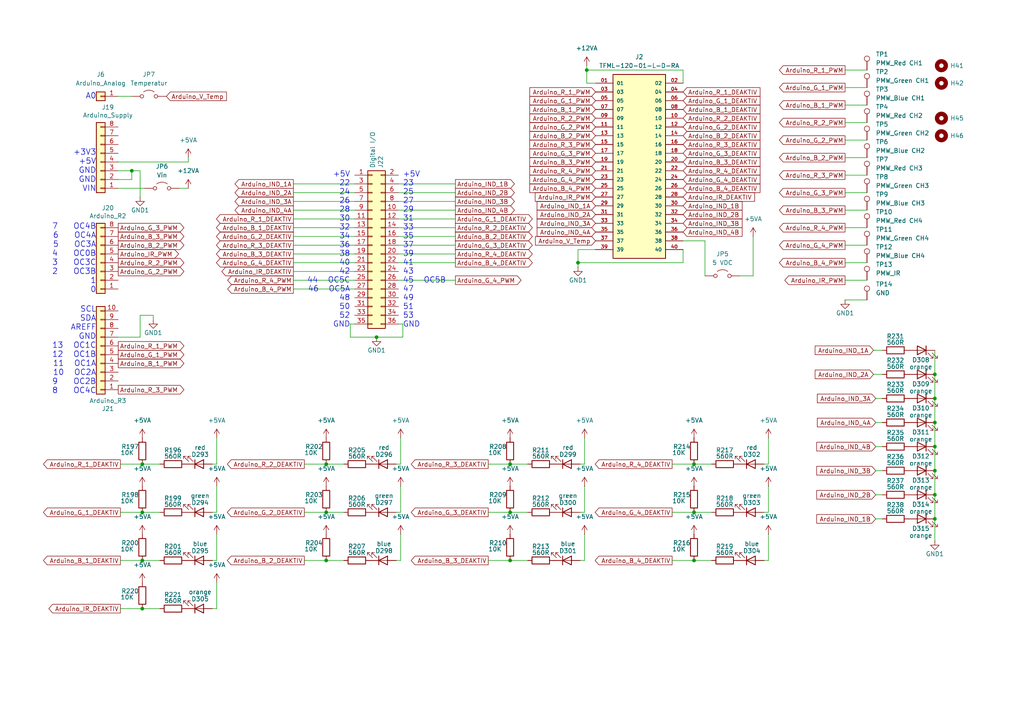
<source format=kicad_sch>
(kicad_sch (version 20250114) (generator "eeschema") (generator_version "9.0")
  (paper "A4")
  (title_block (title "608-Alfactory-Assay-Arena") (date "01.2024") (comment 1 "Optogen Arena RGB LED V1.0") (comment 2 "LED type: ASMG-PT00-00001") (comment 3 "R:625nm, G:525nm, B:460nm, IR:850nm"))
  (text "7	OC4B\n6	OC4A\n5	OC3A\n4	OC0B\n3	OC3C\n2	OC3B\n1\n0" (at 27.94 74.93 0) (effects (font (size 1.63 1.63)) (justify right)))
  (text "+5V\n23\n25\n27\n29\n31\n33\n35\n37\n39\n41\n43\n45	OC5B\n47\n49\n51\n53\nGND" (at 116.84 72.39 0) (effects (font (size 1.59 1.59)) (justify left)))
  (text "+3V3\n+5V\nGND\nGND\nVIN" (at 27.94 49.53 0) (effects (font (size 1.63 1.63)) (justify right)))
  (text "+5V\n22\n24\n26\n28\n30\n32\n34\n36\n38\n40\n42\n44	OC5C\n46	OC5A\n48\n50\n52\nGND" (at 101.6 72.39 0) (effects (font (size 1.59 1.59)) (justify right)))
  (text "SCL\nSDA\nAREFF\nGND\n13	OC1C\n12	OC1B\n11	OC1A\n10	OC2A\n9	OC2B\n8	OC4C" (at 27.94 101.6 0) (effects (font (size 1.63 1.63)) (justify right)))
  (text "A0" (at 27.94 27.94 0) (effects (font (size 1.63 1.63)) (justify right)))
  (junction (at 94.615 162.56))
  (junction (at 94.615 134.62))
  (junction (at 41.275 134.62))
  (junction (at 201.295 162.56))
  (junction (at 271.145 115.57))
  (junction (at 170.18 20.32))
  (junction (at 201.295 148.59))
  (junction (at 271.145 108.585))
  (junction (at 41.275 148.59))
  (junction (at 271.145 143.51))
  (junction (at 147.955 134.62))
  (junction (at 147.955 162.56))
  (junction (at 41.275 162.56))
  (junction (at 41.275 176.53))
  (junction (at 147.955 148.59))
  (junction (at 109.22 97.79))
  (junction (at 271.145 129.54))
  (junction (at 271.145 136.525))
  (junction (at 201.295 134.62))
  (junction (at 271.145 122.555))
  (junction (at 38.227 49.53))
  (junction (at 271.145 150.495))
  (junction (at 167.64 76.2))
  (junction (at 94.615 148.59))
  (wire (pts (xy 85.09 53.34) (xy 102.87 53.34)))
  (wire (pts (xy 245.11 25.4) (xy 251.46 25.4)))
  (wire (pts (xy 198.12 24.13) (xy 198.12 20.32)))
  (wire (pts (xy 271.145 150.495) (xy 271.145 156.845)))
  (wire (pts (xy 245.11 30.48) (xy 251.46 30.48)))
  (wire (pts (xy 201.295 134.62) (xy 206.375 134.62)))
  (wire (pts (xy 61.595 162.56) (xy 62.865 162.56)))
  (wire (pts (xy 218.44 68.58) (xy 218.44 80.01)))
  (wire (pts (xy 62.865 154.94) (xy 62.865 162.56)))
  (wire (pts (xy 147.955 148.59) (xy 153.035 148.59)))
  (wire (pts (xy 170.18 19.05) (xy 170.18 20.32)))
  (wire (pts (xy 254 150.495) (xy 255.905 150.495)))
  (wire (pts (xy 132.08 60.96) (xy 115.57 60.96)))
  (wire (pts (xy 254 143.51) (xy 255.905 143.51)))
  (wire (pts (xy 132.08 63.5) (xy 115.57 63.5)))
  (wire (pts (xy 254 115.57) (xy 255.905 115.57)))
  (wire (pts (xy 132.08 55.88) (xy 115.57 55.88)))
  (wire (pts (xy 41.275 162.56) (xy 46.355 162.56)))
  (wire (pts (xy 245.11 60.96) (xy 251.46 60.96)))
  (wire (pts (xy 116.84 93.98) (xy 116.84 97.79)))
  (wire (pts (xy 61.595 134.62) (xy 62.865 134.62)))
  (wire (pts (xy 62.865 140.97) (xy 62.865 148.59)))
  (wire (pts (xy 41.275 134.62) (xy 46.355 134.62)))
  (wire (pts (xy 88.265 134.62) (xy 94.615 134.62)))
  (wire (pts (xy 245.11 35.56) (xy 251.46 35.56)))
  (wire (pts (xy 194.945 134.62) (xy 201.295 134.62)))
  (wire (pts (xy 245.11 45.72) (xy 251.46 45.72)))
  (wire (pts (xy 94.615 162.56) (xy 99.695 162.56)))
  (wire (pts (xy 40.64 97.79) (xy 40.64 91.44)))
  (wire (pts (xy 147.955 162.56) (xy 153.035 162.56)))
  (wire (pts (xy 168.275 148.59) (xy 169.545 148.59)))
  (wire (pts (xy 116.205 127) (xy 116.205 134.62)))
  (wire (pts (xy 85.09 63.5) (xy 102.87 63.5)))
  (wire (pts (xy 114.935 162.56) (xy 116.205 162.56)))
  (wire (pts (xy 141.605 162.56) (xy 147.955 162.56)))
  (wire (pts (xy 132.08 58.42) (xy 115.57 58.42)))
  (wire (pts (xy 132.08 66.04) (xy 115.57 66.04)))
  (wire (pts (xy 34.29 27.94) (xy 38.1 27.94)))
  (wire (pts (xy 34.29 52.07) (xy 38.227 52.07)))
  (wire (pts (xy 41.275 176.53) (xy 46.355 176.53)))
  (wire (pts (xy 109.22 97.79) (xy 116.84 97.79)))
  (wire (pts (xy 132.08 73.66) (xy 115.57 73.66)))
  (wire (pts (xy 204.47 80.01) (xy 204.47 69.85)))
  (wire (pts (xy 245.11 71.12) (xy 251.46 71.12)))
  (wire (pts (xy 194.945 162.56) (xy 201.295 162.56)))
  (wire (pts (xy 40.64 49.53) (xy 40.64 57.15)))
  (wire (pts (xy 245.11 40.64) (xy 251.46 40.64)))
  (wire (pts (xy 169.545 154.94) (xy 169.545 162.56)))
  (wire (pts (xy 132.08 68.58) (xy 115.57 68.58)))
  (wire (pts (xy 254 136.525) (xy 255.905 136.525)))
  (wire (pts (xy 101.6 93.98) (xy 102.87 93.98)))
  (wire (pts (xy 147.955 134.62) (xy 153.035 134.62)))
  (wire (pts (xy 132.08 71.12) (xy 115.57 71.12)))
  (wire (pts (xy 221.615 134.62) (xy 222.885 134.62)))
  (wire (pts (xy 38.227 49.53) (xy 38.227 52.07)))
  (wire (pts (xy 85.09 68.58) (xy 102.87 68.58)))
  (wire (pts (xy 38.227 49.53) (xy 40.64 49.53)))
  (wire (pts (xy 198.12 72.39) (xy 198.12 76.2)))
  (wire (pts (xy 94.615 148.59) (xy 99.695 148.59)))
  (wire (pts (xy 222.885 154.94) (xy 222.885 162.56)))
  (wire (pts (xy 61.595 148.59) (xy 62.865 148.59)))
  (wire (pts (xy 116.205 140.97) (xy 116.205 148.59)))
  (wire (pts (xy 168.275 134.62) (xy 169.545 134.62)))
  (wire (pts (xy 116.84 93.98) (xy 115.57 93.98)))
  (wire (pts (xy 141.605 134.62) (xy 147.955 134.62)))
  (wire (pts (xy 114.935 134.62) (xy 116.205 134.62)))
  (wire (pts (xy 201.295 162.56) (xy 206.375 162.56)))
  (wire (pts (xy 245.11 50.8) (xy 251.46 50.8)))
  (wire (pts (xy 132.08 76.2) (xy 115.57 76.2)))
  (wire (pts (xy 116.205 154.94) (xy 116.205 162.56)))
  (wire (pts (xy 85.09 58.42) (xy 102.87 58.42)))
  (wire (pts (xy 85.09 78.74) (xy 102.87 78.74)))
  (wire (pts (xy 34.925 134.62) (xy 41.275 134.62)))
  (wire (pts (xy 167.64 72.39) (xy 172.72 72.39)))
  (wire (pts (xy 85.09 81.28) (xy 102.87 81.28)))
  (wire (pts (xy 245.11 76.2) (xy 251.46 76.2)))
  (wire (pts (xy 271.145 101.6) (xy 271.145 108.585)))
  (wire (pts (xy 271.145 108.585) (xy 271.145 115.57)))
  (wire (pts (xy 34.29 97.79) (xy 40.64 97.79)))
  (wire (pts (xy 245.11 55.88) (xy 251.46 55.88)))
  (wire (pts (xy 85.09 55.88) (xy 102.87 55.88)))
  (wire (pts (xy 253.365 101.6) (xy 255.905 101.6)))
  (wire (pts (xy 204.47 69.85) (xy 198.12 69.85)))
  (wire (pts (xy 34.925 162.56) (xy 41.275 162.56)))
  (wire (pts (xy 62.865 127) (xy 62.865 134.62)))
  (wire (pts (xy 221.615 162.56) (xy 222.885 162.56)))
  (wire (pts (xy 172.72 24.13) (xy 170.18 24.13)))
  (wire (pts (xy 169.545 140.97) (xy 169.545 148.59)))
  (wire (pts (xy 85.09 66.04) (xy 102.87 66.04)))
  (wire (pts (xy 271.145 143.51) (xy 271.145 150.495)))
  (wire (pts (xy 88.265 148.59) (xy 94.615 148.59)))
  (wire (pts (xy 167.64 77.47) (xy 167.64 76.2)))
  (wire (pts (xy 271.145 136.525) (xy 271.145 143.51)))
  (wire (pts (xy 214.63 80.01) (xy 218.44 80.01)))
  (wire (pts (xy 85.09 76.2) (xy 102.87 76.2)))
  (wire (pts (xy 61.595 176.53) (xy 62.865 176.53)))
  (wire (pts (xy 167.64 76.2) (xy 167.64 72.39)))
  (wire (pts (xy 245.11 81.28) (xy 251.46 81.28)))
  (wire (pts (xy 85.09 73.66) (xy 102.87 73.66)))
  (wire (pts (xy 85.09 60.96) (xy 102.87 60.96)))
  (wire (pts (xy 34.29 49.53) (xy 38.227 49.53)))
  (wire (pts (xy 222.885 127) (xy 222.885 134.62)))
  (wire (pts (xy 170.18 24.13) (xy 170.18 20.32)))
  (wire (pts (xy 169.545 127) (xy 169.545 134.62)))
  (wire (pts (xy 132.08 53.34) (xy 115.57 53.34)))
  (wire (pts (xy 40.64 91.44) (xy 44.45 91.44)))
  (wire (pts (xy 198.12 20.32) (xy 170.18 20.32)))
  (wire (pts (xy 62.865 168.91) (xy 62.865 176.53)))
  (wire (pts (xy 245.11 66.04) (xy 251.46 66.04)))
  (wire (pts (xy 101.6 97.79) (xy 101.6 93.98)))
  (wire (pts (xy 34.925 176.53) (xy 41.275 176.53)))
  (wire (pts (xy 34.925 148.59) (xy 41.275 148.59)))
  (wire (pts (xy 167.64 76.2) (xy 198.12 76.2)))
  (wire (pts (xy 221.615 148.59) (xy 222.885 148.59)))
  (wire (pts (xy 141.605 148.59) (xy 147.955 148.59)))
  (wire (pts (xy 41.275 148.59) (xy 46.355 148.59)))
  (wire (pts (xy 271.145 122.555) (xy 271.145 129.54)))
  (wire (pts (xy 253.365 108.585) (xy 255.905 108.585)))
  (wire (pts (xy 194.945 148.59) (xy 201.295 148.59)))
  (wire (pts (xy 222.885 140.97) (xy 222.885 148.59)))
  (wire (pts (xy 245.11 20.32) (xy 251.46 20.32)))
  (wire (pts (xy 54.61 45.72) (xy 54.61 46.99)))
  (wire (pts (xy 201.295 148.59) (xy 206.375 148.59)))
  (wire (pts (xy 44.45 91.44) (xy 44.45 92.71)))
  (wire (pts (xy 254 129.54) (xy 255.905 129.54)))
  (wire (pts (xy 52.07 54.61) (xy 54.61 54.61)))
  (wire (pts (xy 271.145 115.57) (xy 271.145 122.555)))
  (wire (pts (xy 168.275 162.56) (xy 169.545 162.56)))
  (wire (pts (xy 254 122.555) (xy 255.905 122.555)))
  (wire (pts (xy 34.29 54.61) (xy 41.91 54.61)))
  (wire (pts (xy 34.29 46.99) (xy 54.61 46.99)))
  (wire (pts (xy 85.09 83.82) (xy 102.87 83.82)))
  (wire (pts (xy 85.09 71.12) (xy 102.87 71.12)))
  (wire (pts (xy 94.615 134.62) (xy 99.695 134.62)))
  (wire (pts (xy 114.935 148.59) (xy 116.205 148.59)))
  (wire (pts (xy 88.265 162.56) (xy 94.615 162.56)))
  (wire (pts (xy 132.08 81.28) (xy 115.57 81.28)))
  (wire (pts (xy 271.145 129.54) (xy 271.145 136.525)))
  (wire (pts (xy 245.11 86.995) (xy 251.46 86.995)))
  (wire (pts (xy 101.6 97.79) (xy 109.22 97.79)))
  (global_label "Arduino_R_3_DEAKTIV" (shape input) (at 198.12 41.91 0) (property "Intersheetrefs" "${INTERSHEET_REFS}" (effects (hide yes))))
  (global_label "Arduino_B_2_PWM" (shape output) (at 245.11 45.72 180) (property "Intersheetrefs" "${INTERSHEET_REFS}" (effects (hide yes))))
  (global_label "Arduino_G_1_DEAKTIV" (shape output) (at 132.08 63.5 0) (property "Intersheetrefs" "${INTERSHEET_REFS}" (effects (hide yes))))
  (global_label "Arduino_V_Temp" (shape input) (at 172.72 69.85 180) (property "Intersheetrefs" "${INTERSHEET_REFS}" (effects (hide yes))))
  (global_label "Arduino_G_3_PWM" (shape input) (at 172.72 44.45 180) (property "Intersheetrefs" "${INTERSHEET_REFS}" (effects (hide yes))))
  (global_label "Arduino_R_2_DEAKTIV" (shape output) (at 132.08 66.04 0) (property "Intersheetrefs" "${INTERSHEET_REFS}" (effects (hide yes))))
  (global_label "Arduino_B_3_PWM" (shape output) (at 245.11 60.96 180) (property "Intersheetrefs" "${INTERSHEET_REFS}" (effects (hide yes))))
  (global_label "Arduino_IR_PWM" (shape output) (at 245.11 81.28 180) (property "Intersheetrefs" "${INTERSHEET_REFS}" (effects (hide yes))))
  (global_label "Arduino_R_2_PWM" (shape output) (at 245.11 35.56 180) (property "Intersheetrefs" "${INTERSHEET_REFS}" (effects (hide yes))))
  (global_label "Arduino_G_1_PWM" (shape input) (at 172.72 29.21 180) (property "Intersheetrefs" "${INTERSHEET_REFS}" (effects (hide yes))))
  (global_label "Arduino_IND_2B" (shape input) (at 198.12 62.23 0) (property "Intersheetrefs" "${INTERSHEET_REFS}" (effects (hide yes))))
  (global_label "Arduino_IND_1A" (shape input) (at 253.365 101.6 180) (property "Intersheetrefs" "${INTERSHEET_REFS}" (effects (hide yes))))
  (global_label "Arduino_G_4_DEAKTIV" (shape output) (at 194.945 148.59 180) (property "Intersheetrefs" "${INTERSHEET_REFS}" (effects (hide yes))))
  (global_label "Arduino_R_3_PWM" (shape output) (at 34.29 113.03 0) (property "Intersheetrefs" "${INTERSHEET_REFS}" (effects (hide yes))))
  (global_label "Arduino_IR_PWM" (shape input) (at 172.72 57.15 180) (property "Intersheetrefs" "${INTERSHEET_REFS}" (effects (hide yes))))
  (global_label "Arduino_R_4_PWM" (shape output) (at 85.09 81.28 180) (property "Intersheetrefs" "${INTERSHEET_REFS}" (effects (hide yes))))
  (global_label "Arduino_IND_2B" (shape input) (at 254 143.51 180) (property "Intersheetrefs" "${INTERSHEET_REFS}" (effects (hide yes))))
  (global_label "Arduino_G_1_DEAKTIV" (shape input) (at 198.12 29.21 0) (property "Intersheetrefs" "${INTERSHEET_REFS}" (effects (hide yes))))
  (global_label "Arduino_IND_4B" (shape input) (at 254 129.54 180) (property "Intersheetrefs" "${INTERSHEET_REFS}" (effects (hide yes))))
  (global_label "Arduino_R_2_PWM" (shape output) (at 34.29 76.2 0) (property "Intersheetrefs" "${INTERSHEET_REFS}" (effects (hide yes))))
  (global_label "Arduino_IND_3B" (shape input) (at 254 136.525 180) (property "Intersheetrefs" "${INTERSHEET_REFS}" (effects (hide yes))))
  (global_label "Arduino_R_4_PWM" (shape output) (at 245.11 66.04 180) (property "Intersheetrefs" "${INTERSHEET_REFS}" (effects (hide yes))))
  (global_label "Arduino_G_2_DEAKTIV" (shape output) (at 88.265 148.59 180) (property "Intersheetrefs" "${INTERSHEET_REFS}" (effects (hide yes))))
  (global_label "Arduino_B_3_DEAKTIV" (shape input) (at 198.12 46.99 0) (property "Intersheetrefs" "${INTERSHEET_REFS}" (effects (hide yes))))
  (global_label "Arduino_IND_1A" (shape output) (at 85.09 53.34 180) (property "Intersheetrefs" "${INTERSHEET_REFS}" (effects (hide yes))))
  (global_label "Arduino_IR_DEAKTIV" (shape input) (at 198.12 57.15 0) (property "Intersheetrefs" "${INTERSHEET_REFS}" (effects (hide yes))))
  (global_label "Arduino_B_4_DEAKTIV" (shape output) (at 132.08 76.2 0) (property "Intersheetrefs" "${INTERSHEET_REFS}" (effects (hide yes))))
  (global_label "Arduino_G_4_DEAKTIV" (shape output) (at 85.09 76.2 180) (property "Intersheetrefs" "${INTERSHEET_REFS}" (effects (hide yes))))
  (global_label "Arduino_R_4_DEAKTIV" (shape input) (at 198.12 49.53 0) (property "Intersheetrefs" "${INTERSHEET_REFS}" (effects (hide yes))))
  (global_label "Arduino_G_3_DEAKTIV" (shape output) (at 132.08 71.12 0) (property "Intersheetrefs" "${INTERSHEET_REFS}" (effects (hide yes))))
  (global_label "Arduino_G_1_DEAKTIV" (shape output) (at 34.925 148.59 180) (property "Intersheetrefs" "${INTERSHEET_REFS}" (effects (hide yes))))
  (global_label "Arduino_G_3_PWM" (shape output) (at 245.11 55.88 180) (property "Intersheetrefs" "${INTERSHEET_REFS}" (effects (hide yes))))
  (global_label "Arduino_IND_1A" (shape input) (at 172.72 59.69 180) (property "Intersheetrefs" "${INTERSHEET_REFS}" (effects (hide yes))))
  (global_label "Arduino_IND_1B" (shape input) (at 254 150.495 180) (property "Intersheetrefs" "${INTERSHEET_REFS}" (effects (hide yes))))
  (global_label "Arduino_IND_2B" (shape output) (at 132.08 55.88 0) (property "Intersheetrefs" "${INTERSHEET_REFS}" (effects (hide yes))))
  (global_label "Arduino_IND_4A" (shape output) (at 85.09 60.96 180) (property "Intersheetrefs" "${INTERSHEET_REFS}" (effects (hide yes))))
  (global_label "Arduino_R_2_DEAKTIV" (shape input) (at 198.12 34.29 0) (property "Intersheetrefs" "${INTERSHEET_REFS}" (effects (hide yes))))
  (global_label "Arduino_IND_1B" (shape input) (at 198.12 59.69 0) (property "Intersheetrefs" "${INTERSHEET_REFS}" (effects (hide yes))))
  (global_label "Arduino_IND_2A" (shape input) (at 172.72 62.23 180) (property "Intersheetrefs" "${INTERSHEET_REFS}" (effects (hide yes))))
  (global_label "Arduino_G_4_PWM" (shape output) (at 132.08 81.28 0) (property "Intersheetrefs" "${INTERSHEET_REFS}" (effects (hide yes))))
  (global_label "Arduino_IR_DEAKTIV" (shape output) (at 85.09 78.74 180) (property "Intersheetrefs" "${INTERSHEET_REFS}" (effects (hide yes))))
  (global_label "Arduino_IND_2A" (shape output) (at 85.09 55.88 180) (property "Intersheetrefs" "${INTERSHEET_REFS}" (effects (hide yes))))
  (global_label "Arduino_B_2_PWM" (shape input) (at 172.72 39.37 180) (property "Intersheetrefs" "${INTERSHEET_REFS}" (effects (hide yes))))
  (global_label "Arduino_IND_3B" (shape input) (at 198.12 64.77 0) (property "Intersheetrefs" "${INTERSHEET_REFS}" (effects (hide yes))))
  (global_label "Arduino_B_1_PWM" (shape output) (at 245.11 30.48 180) (property "Intersheetrefs" "${INTERSHEET_REFS}" (effects (hide yes))))
  (global_label "Arduino_IND_3A" (shape input) (at 172.72 64.77 180) (property "Intersheetrefs" "${INTERSHEET_REFS}" (effects (hide yes))))
  (global_label "Arduino_IND_4A" (shape input) (at 172.72 67.31 180) (property "Intersheetrefs" "${INTERSHEET_REFS}" (effects (hide yes))))
  (global_label "Arduino_R_1_PWM" (shape output) (at 245.11 20.32 180) (property "Intersheetrefs" "${INTERSHEET_REFS}" (effects (hide yes))))
  (global_label "Arduino_B_1_DEAKTIV" (shape output) (at 34.925 162.56 180) (property "Intersheetrefs" "${INTERSHEET_REFS}" (effects (hide yes))))
  (global_label "Arduino_R_1_DEAKTIV" (shape output) (at 34.925 134.62 180) (property "Intersheetrefs" "${INTERSHEET_REFS}" (effects (hide yes))))
  (global_label "Arduino_R_3_PWM" (shape input) (at 172.72 41.91 180) (property "Intersheetrefs" "${INTERSHEET_REFS}" (effects (hide yes))))
  (global_label "Arduino_B_2_DEAKTIV" (shape input) (at 198.12 39.37 0) (property "Intersheetrefs" "${INTERSHEET_REFS}" (effects (hide yes))))
  (global_label "Arduino_IND_4B" (shape output) (at 132.08 60.96 0) (property "Intersheetrefs" "${INTERSHEET_REFS}" (effects (hide yes))))
  (global_label "Arduino_B_4_PWM" (shape output) (at 245.11 76.2 180) (property "Intersheetrefs" "${INTERSHEET_REFS}" (effects (hide yes))))
  (global_label "Arduino_B_4_PWM" (shape output) (at 85.09 83.82 180) (property "Intersheetrefs" "${INTERSHEET_REFS}" (effects (hide yes))))
  (global_label "Arduino_R_1_PWM" (shape output) (at 34.29 100.33 0) (property "Intersheetrefs" "${INTERSHEET_REFS}" (effects (hide yes))))
  (global_label "Arduino_B_2_DEAKTIV" (shape output) (at 88.265 162.56 180) (property "Intersheetrefs" "${INTERSHEET_REFS}" (effects (hide yes))))
  (global_label "Arduino_R_2_PWM" (shape input) (at 172.72 34.29 180) (property "Intersheetrefs" "${INTERSHEET_REFS}" (effects (hide yes))))
  (global_label "Arduino_B_1_PWM" (shape input) (at 172.72 31.75 180) (property "Intersheetrefs" "${INTERSHEET_REFS}" (effects (hide yes))))
  (global_label "Arduino_G_2_DEAKTIV" (shape output) (at 85.09 68.58 180) (property "Intersheetrefs" "${INTERSHEET_REFS}" (effects (hide yes))))
  (global_label "Arduino_IND_4A" (shape input) (at 254 122.555 180) (property "Intersheetrefs" "${INTERSHEET_REFS}" (effects (hide yes))))
  (global_label "Arduino_B_3_PWM" (shape input) (at 172.72 46.99 180) (property "Intersheetrefs" "${INTERSHEET_REFS}" (effects (hide yes))))
  (global_label "Arduino_IND_1B" (shape output) (at 132.08 53.34 0) (property "Intersheetrefs" "${INTERSHEET_REFS}" (effects (hide yes))))
  (global_label "Arduino_G_3_DEAKTIV" (shape input) (at 198.12 44.45 0) (property "Intersheetrefs" "${INTERSHEET_REFS}" (effects (hide yes))))
  (global_label "Arduino_R_4_DEAKTIV" (shape output) (at 194.945 134.62 180) (property "Intersheetrefs" "${INTERSHEET_REFS}" (effects (hide yes))))
  (global_label "Arduino_B_1_DEAKTIV" (shape input) (at 198.12 31.75 0) (property "Intersheetrefs" "${INTERSHEET_REFS}" (effects (hide yes))))
  (global_label "Arduino_R_4_DEAKTIV" (shape output) (at 132.08 73.66 0) (property "Intersheetrefs" "${INTERSHEET_REFS}" (effects (hide yes))))
  (global_label "Arduino_IND_3A" (shape input) (at 254 115.57 180) (property "Intersheetrefs" "${INTERSHEET_REFS}" (effects (hide yes))))
  (global_label "Arduino_R_4_PWM" (shape input) (at 172.72 49.53 180) (property "Intersheetrefs" "${INTERSHEET_REFS}" (effects (hide yes))))
  (global_label "Arduino_G_2_PWM" (shape input) (at 172.72 36.83 180) (property "Intersheetrefs" "${INTERSHEET_REFS}" (effects (hide yes))))
  (global_label "Arduino_G_3_DEAKTIV" (shape output) (at 141.605 148.59 180) (property "Intersheetrefs" "${INTERSHEET_REFS}" (effects (hide yes))))
  (global_label "Arduino_IR_PWM" (shape output) (at 34.29 73.66 0) (property "Intersheetrefs" "${INTERSHEET_REFS}" (effects (hide yes))))
  (global_label "Arduino_G_1_PWM" (shape output) (at 245.11 25.4 180) (property "Intersheetrefs" "${INTERSHEET_REFS}" (effects (hide yes))))
  (global_label "Arduino_B_3_DEAKTIV" (shape output) (at 141.605 162.56 180) (property "Intersheetrefs" "${INTERSHEET_REFS}" (effects (hide yes))))
  (global_label "Arduino_G_2_PWM" (shape output) (at 245.11 40.64 180) (property "Intersheetrefs" "${INTERSHEET_REFS}" (effects (hide yes))))
  (global_label "Arduino_G_4_PWM" (shape input) (at 172.72 52.07 180) (property "Intersheetrefs" "${INTERSHEET_REFS}" (effects (hide yes))))
  (global_label "Arduino_R_3_PWM" (shape output) (at 245.11 50.8 180) (property "Intersheetrefs" "${INTERSHEET_REFS}" (effects (hide yes))))
  (global_label "Arduino_R_3_DEAKTIV" (shape output) (at 85.09 71.12 180) (property "Intersheetrefs" "${INTERSHEET_REFS}" (effects (hide yes))))
  (global_label "Arduino_B_2_DEAKTIV" (shape output) (at 132.08 68.58 0) (property "Intersheetrefs" "${INTERSHEET_REFS}" (effects (hide yes))))
  (global_label "Arduino_B_4_DEAKTIV" (shape output) (at 194.945 162.56 180) (property "Intersheetrefs" "${INTERSHEET_REFS}" (effects (hide yes))))
  (global_label "Arduino_B_1_PWM" (shape output) (at 34.29 105.41 0) (property "Intersheetrefs" "${INTERSHEET_REFS}" (effects (hide yes))))
  (global_label "Arduino_B_4_DEAKTIV" (shape input) (at 198.12 54.61 0) (property "Intersheetrefs" "${INTERSHEET_REFS}" (effects (hide yes))))
  (global_label "Arduino_B_3_DEAKTIV" (shape output) (at 85.09 73.66 180) (property "Intersheetrefs" "${INTERSHEET_REFS}" (effects (hide yes))))
  (global_label "Arduino_G_4_PWM" (shape output) (at 245.11 71.12 180) (property "Intersheetrefs" "${INTERSHEET_REFS}" (effects (hide yes))))
  (global_label "Arduino_B_2_PWM" (shape output) (at 34.29 71.12 0) (property "Intersheetrefs" "${INTERSHEET_REFS}" (effects (hide yes))))
  (global_label "Arduino_G_4_DEAKTIV" (shape input) (at 198.12 52.07 0) (property "Intersheetrefs" "${INTERSHEET_REFS}" (effects (hide yes))))
  (global_label "Arduino_R_3_DEAKTIV" (shape output) (at 141.605 134.62 180) (property "Intersheetrefs" "${INTERSHEET_REFS}" (effects (hide yes))))
  (global_label "Arduino_R_2_DEAKTIV" (shape output) (at 88.265 134.62 180) (property "Intersheetrefs" "${INTERSHEET_REFS}" (effects (hide yes))))
  (global_label "Arduino_R_1_DEAKTIV" (shape output) (at 85.09 63.5 180) (property "Intersheetrefs" "${INTERSHEET_REFS}" (effects (hide yes))))
  (global_label "Arduino_G_2_PWM" (shape output) (at 34.29 78.74 0) (property "Intersheetrefs" "${INTERSHEET_REFS}" (effects (hide yes))))
  (global_label "Arduino_R_1_DEAKTIV" (shape input) (at 198.12 26.67 0) (property "Intersheetrefs" "${INTERSHEET_REFS}" (effects (hide yes))))
  (global_label "Arduino_B_4_PWM" (shape input) (at 172.72 54.61 180) (property "Intersheetrefs" "${INTERSHEET_REFS}" (effects (hide yes))))
  (global_label "Arduino_IND_3A" (shape output) (at 85.09 58.42 180) (property "Intersheetrefs" "${INTERSHEET_REFS}" (effects (hide yes))))
  (global_label "Arduino_IR_DEAKTIV" (shape output) (at 34.925 176.53 180) (property "Intersheetrefs" "${INTERSHEET_REFS}" (effects (hide yes))))
  (global_label "Arduino_IND_3B" (shape output) (at 132.08 58.42 0) (property "Intersheetrefs" "${INTERSHEET_REFS}" (effects (hide yes))))
  (global_label "Arduino_IND_4B" (shape input) (at 198.12 67.31 0) (property "Intersheetrefs" "${INTERSHEET_REFS}" (effects (hide yes))))
  (global_label "Arduino_R_1_PWM" (shape input) (at 172.72 26.67 180) (property "Intersheetrefs" "${INTERSHEET_REFS}" (effects (hide yes))))
  (global_label "Arduino_G_2_DEAKTIV" (shape input) (at 198.12 36.83 0) (property "Intersheetrefs" "${INTERSHEET_REFS}" (effects (hide yes))))
  (global_label "Arduino_V_Temp" (shape input) (at 48.26 27.94 0) (property "Intersheetrefs" "${INTERSHEET_REFS}" (effects (hide yes))))
  (global_label "Arduino_G_1_PWM" (shape output) (at 34.29 102.87 0) (property "Intersheetrefs" "${INTERSHEET_REFS}" (effects (hide yes))))
  (global_label "Arduino_IND_2A" (shape input) (at 253.365 108.585 180) (property "Intersheetrefs" "${INTERSHEET_REFS}" (effects (hide yes))))
  (global_label "Arduino_G_3_PWM" (shape output) (at 34.29 66.04 0) (property "Intersheetrefs" "${INTERSHEET_REFS}" (effects (hide yes))))
  (global_label "Arduino_B_3_PWM" (shape output) (at 34.29 68.58 0) (property "Intersheetrefs" "${INTERSHEET_REFS}" (effects (hide yes))))
  (global_label "Arduino_B_1_DEAKTIV" (shape output) (at 85.09 66.04 180) (property "Intersheetrefs" "${INTERSHEET_REFS}" (effects (hide yes))))
  (symbol (lib_id "Device:R") (at 210.185 162.56 90) (unit 1)
    (property "Reference" "R219" (at 210.185 158.496 90))
    (property "Value" "560R" (at 210.185 160.274 90))
    (property "Footprint" "Resistor_SMD:R_1206_3216Metric_Pad1.30x1.75mm_HandSolder" (effects (hide yes)))
  )
  (symbol (lib_id "Device:R") (at 147.955 144.78 180) (unit 1)
    (property "Reference" "R209" (at 141.859 143.51 0) (effects (justify right)))
    (property "Value" "10K" (at 141.605 145.288 0) (effects (justify right)))
    (property "Footprint" "Resistor_SMD:R_1206_3216Metric_Pad1.30x1.75mm_HandSolder" (effects (hide yes)))
  )
  (symbol (lib_id "Jumper:Jumper_2_Open") (at 46.99 54.61 0) (unit 1)
    (property "Reference" "JP6" (at 46.99 48.26 0))
    (property "Value" "Vin" (at 46.99 50.8 0))
    (property "Footprint" "Jumper:SolderJumper-2_P1.3mm_Open_RoundedPad1.0x1.5mm" (effects (hide yes)))
    (property "Description" "Jumper, 2-pole, open" (effects (hide yes)))
  )
  (symbol (lib_id "Connector:TestPoint") (at 251.46 35.56 0) (unit 1)
    (property "Reference" "TP4" (at 254 30.9879 0) (effects (justify left)))
    (property "Value" "PMW_Red CH2" (at 254 33.5279 0) (effects (justify left)))
    (property "Footprint" "TestPoint:TestPoint_Loop_D1.80mm_Drill1.0mm_Beaded" (effects (hide yes)))
    (property "Description" "test point" (effects (hide yes)))
  )
  (symbol (lib_id "Jumper:Jumper_2_Open") (at 43.18 27.94 0) (unit 1)
    (property "Reference" "JP7" (at 43.18 21.59 0))
    (property "Value" "Temperatur" (at 43.18 24.13 0))
    (property "Footprint" "Jumper:SolderJumper-2_P1.3mm_Open_RoundedPad1.0x1.5mm" (effects (hide yes)))
    (property "Description" "Jumper, 2-pole, open" (effects (hide yes)))
  )
  (symbol (lib_id "power:+5VA") (at 222.885 127 0) (unit 1)
    (property "Reference" "#PWR0248" (effects (hide yes)))
    (property "Value" "+5VA" (at 222.885 121.92 0))
    (property "Description" "Power symbol creates a global label with name \"+5VA\"" (effects (hide yes)))
  )
  (symbol (lib_id "Device:R") (at 259.715 143.51 90) (unit 1)
    (property "Reference" "R237" (at 259.715 139.446 90))
    (property "Value" "560R" (at 259.715 141.224 90))
    (property "Footprint" "Resistor_SMD:R_1206_3216Metric_Pad1.30x1.75mm_HandSolder" (effects (hide yes)))
  )
  (symbol (lib_id "Connector:TestPoint") (at 251.46 30.48 0) (unit 1)
    (property "Reference" "TP3" (at 254 25.9079 0) (effects (justify left)))
    (property "Value" "PMW_Blue CH1" (at 254 28.4479 0) (effects (justify left)))
    (property "Footprint" "TestPoint:TestPoint_Loop_D1.80mm_Drill1.0mm_Beaded" (effects (hide yes)))
    (property "Description" "test point" (effects (hide yes)))
  )
  (symbol (lib_id "power:+5VA") (at 41.275 154.94 0) (unit 1)
    (property "Reference" "#PWR0231" (effects (hide yes)))
    (property "Value" "+5VA" (at 41.275 149.86 0))
    (property "Description" "Power symbol creates a global label with name \"+5VA\"" (effects (hide yes)))
  )
  (symbol (lib_id "power:+5VA") (at 201.295 127 0) (unit 1)
    (property "Reference" "#PWR0245" (effects (hide yes)))
    (property "Value" "+5VA" (at 201.295 121.92 0))
    (property "Description" "Power symbol creates a global label with name \"+5VA\"" (effects (hide yes)))
  )
  (symbol (lib_id "power:GND1") (at 271.145 156.845 0) (unit 1)
    (property "Reference" "#PWR0274" (effects (hide yes)))
    (property "Value" "GND1" (at 271.145 160.655 0))
    (property "Description" "Power symbol creates a global label with name \"GND1\" , ground" (effects (hide yes)))
  )
  (symbol (lib_id "LED:IR26-21C_L110_TR8") (at 57.785 134.62 0) (mirror x) (unit 1)
    (property "Reference" "D293" (at 58.039 131.826 0))
    (property "Value" "red" (at 58.039 129.794 0))
    (property "Footprint" "LED_SMD:LED_1206_3216Metric" (effects (hide yes)))
    (property "Datasheet" "http://www.everlight.com/file/ProductFile/IR26-21C-L110-TR8.pdf" (effects (hide yes)))
  )
  (symbol (lib_id "power:+5VA") (at 62.865 127 0) (unit 1)
    (property "Reference" "#PWR0225" (effects (hide yes)))
    (property "Value" "+5VA" (at 62.865 121.92 0))
    (property "Description" "Power symbol creates a global label with name \"+5VA\"" (effects (hide yes)))
  )
  (symbol (lib_id "LED:IR26-21C_L110_TR8") (at 164.465 134.62 0) (mirror x) (unit 1)
    (property "Reference" "D299" (at 164.719 131.826 0))
    (property "Value" "red" (at 164.719 129.794 0))
    (property "Footprint" "LED_SMD:LED_1206_3216Metric" (effects (hide yes)))
    (property "Datasheet" "http://www.everlight.com/file/ProductFile/IR26-21C-L110-TR8.pdf" (effects (hide yes)))
  )
  (symbol (lib_id "LED:IR26-21C_L110_TR8") (at 111.125 148.59 0) (mirror x) (unit 1)
    (property "Reference" "D297" (at 111.379 145.796 0))
    (property "Value" "green" (at 111.379 143.764 0))
    (property "Footprint" "LED_SMD:LED_1206_3216Metric" (effects (hide yes)))
    (property "Datasheet" "http://www.everlight.com/file/ProductFile/IR26-21C-L110-TR8.pdf" (effects (hide yes)))
  )
  (symbol (lib_id "Device:R") (at 41.275 144.78 180) (unit 1)
    (property "Reference" "R198" (at 35.179 143.51 0) (effects (justify right)))
    (property "Value" "10K" (at 34.925 145.288 0) (effects (justify right)))
    (property "Footprint" "Resistor_SMD:R_1206_3216Metric_Pad1.30x1.75mm_HandSolder" (effects (hide yes)))
  )
  (symbol (lib_id "power:+5VA") (at 62.865 154.94 0) (unit 1)
    (property "Reference" "#PWR0232" (effects (hide yes)))
    (property "Value" "+5VA" (at 62.865 149.86 0))
    (property "Description" "Power symbol creates a global label with name \"+5VA\"" (effects (hide yes)))
  )
  (symbol (lib_id "Device:R") (at 259.715 115.57 90) (unit 1)
    (property "Reference" "R233" (at 259.715 111.506 90))
    (property "Value" "560R" (at 259.715 113.284 90))
    (property "Footprint" "Resistor_SMD:R_1206_3216Metric_Pad1.30x1.75mm_HandSolder" (effects (hide yes)))
  )
  (symbol (lib_id "Device:R") (at 103.505 162.56 90) (unit 1)
    (property "Reference" "R207" (at 103.505 158.496 90))
    (property "Value" "560R" (at 103.505 160.274 90))
    (property "Footprint" "Resistor_SMD:R_1206_3216Metric_Pad1.30x1.75mm_HandSolder" (effects (hide yes)))
  )
  (symbol (lib_id "Jumper:Jumper_2_Open") (at 209.55 80.01 0) (unit 1)
    (property "Reference" "JP5" (at 209.55 73.66 0))
    (property "Value" "5 VDC" (at 209.55 76.2 0))
    (property "Footprint" "Jumper:SolderJumper-2_P1.3mm_Open_RoundedPad1.0x1.5mm" (effects (hide yes)))
    (property "Description" "Jumper, 2-pole, open" (effects (hide yes)))
  )
  (symbol (lib_id "Device:R") (at 156.845 148.59 90) (unit 1)
    (property "Reference" "R212" (at 156.845 144.526 90))
    (property "Value" "560R" (at 156.845 146.304 90))
    (property "Footprint" "Resistor_SMD:R_1206_3216Metric_Pad1.30x1.75mm_HandSolder" (effects (hide yes)))
  )
  (symbol (lib_id "Connector:TestPoint") (at 251.46 40.64 0) (unit 1)
    (property "Reference" "TP5" (at 254 36.0679 0) (effects (justify left)))
    (property "Value" "PMW_Green CH2" (at 254 38.6079 0) (effects (justify left)))
    (property "Footprint" "TestPoint:TestPoint_Loop_D1.80mm_Drill1.0mm_Beaded" (effects (hide yes)))
    (property "Description" "test point" (effects (hide yes)))
  )
  (symbol (lib_id "Device:R") (at 156.845 162.56 90) (unit 1)
    (property "Reference" "R213" (at 156.845 158.496 90))
    (property "Value" "560R" (at 156.845 160.274 90))
    (property "Footprint" "Resistor_SMD:R_1206_3216Metric_Pad1.30x1.75mm_HandSolder" (effects (hide yes)))
  )
  (symbol (lib_id "Device:R") (at 50.165 134.62 90) (unit 1)
    (property "Reference" "R196" (at 50.165 130.556 90))
    (property "Value" "560R" (at 50.165 132.334 90))
    (property "Footprint" "Resistor_SMD:R_1206_3216Metric_Pad1.30x1.75mm_HandSolder" (effects (hide yes)))
  )
  (symbol (lib_id "TFML-120-01-L-D-RA:TFML-120-01-L-D-RA") (at 185.42 49.53 0) (unit 1)
    (property "Reference" "J2" (at 185.42 16.51 0))
    (property "Value" "TFML-120-01-L-D-RA" (at 185.42 19.05 0))
    (property "Footprint" "Samtec:SAMTEC_TFML-120-01-L-D-RA" (effects (hide yes)))
    (property "PARTREV" "R" (effects (hide yes)))
    (property "STANDARD" "Manufacturer Recommendations" (effects (hide yes)))
    (property "MANUFACTURER" "Samtec Inc." (effects (hide yes)))
  )
  (symbol (lib_id "power:+5VA") (at 147.955 154.94 0) (unit 1)
    (property "Reference" "#PWR0241" (effects (hide yes)))
    (property "Value" "+5VA" (at 147.955 149.86 0))
    (property "Description" "Power symbol creates a global label with name \"+5VA\"" (effects (hide yes)))
  )
  (symbol (lib_id "Connector:TestPoint") (at 251.46 66.04 0) (unit 1)
    (property "Reference" "TP10" (at 254 61.4679 0) (effects (justify left)))
    (property "Value" "PMW_Red CH4" (at 254 64.0079 0) (effects (justify left)))
    (property "Footprint" "TestPoint:TestPoint_Loop_D1.80mm_Drill1.0mm_Beaded" (effects (hide yes)))
    (property "Description" "test point" (effects (hide yes)))
  )
  (symbol (lib_id "LED:IR26-21C_L110_TR8") (at 164.465 162.56 0) (mirror x) (unit 1)
    (property "Reference" "D301" (at 164.719 159.766 0))
    (property "Value" "blue" (at 164.719 157.734 0))
    (property "Footprint" "LED_SMD:LED_1206_3216Metric" (effects (hide yes)))
    (property "Datasheet" "http://www.everlight.com/file/ProductFile/IR26-21C-L110-TR8.pdf" (effects (hide yes)))
  )
  (symbol (lib_id "Device:R") (at 103.505 134.62 90) (unit 1)
    (property "Reference" "R205" (at 103.505 130.556 90))
    (property "Value" "560R" (at 103.505 132.334 90))
    (property "Footprint" "Resistor_SMD:R_1206_3216Metric_Pad1.30x1.75mm_HandSolder" (effects (hide yes)))
  )
  (symbol (lib_id "Connector:TestPoint") (at 251.46 60.96 0) (unit 1)
    (property "Reference" "TP9" (at 254 56.3879 0) (effects (justify left)))
    (property "Value" "PMW_Blue CH3" (at 254 58.9279 0) (effects (justify left)))
    (property "Footprint" "TestPoint:TestPoint_Loop_D1.80mm_Drill1.0mm_Beaded" (effects (hide yes)))
    (property "Description" "test point" (effects (hide yes)))
  )
  (symbol (lib_id "power:GND1") (at 40.64 57.15 0) (unit 1)
    (property "Reference" "#PWR0107" (effects (hide yes)))
    (property "Value" "GND1" (at 40.64 60.96 0))
    (property "Description" "Power symbol creates a global label with name \"GND1\" , ground" (effects (hide yes)))
  )
  (symbol (lib_id "Connector:TestPoint") (at 251.46 45.72 0) (unit 1)
    (property "Reference" "TP6" (at 254 41.1479 0) (effects (justify left)))
    (property "Value" "PMW_Blue CH2" (at 254 43.6879 0) (effects (justify left)))
    (property "Footprint" "TestPoint:TestPoint_Loop_D1.80mm_Drill1.0mm_Beaded" (effects (hide yes)))
    (property "Description" "test point" (effects (hide yes)))
  )
  (symbol (lib_id "power:GND1") (at 44.45 92.71 0) (unit 1)
    (property "Reference" "#PWR0223" (effects (hide yes)))
    (property "Value" "GND1" (at 44.45 96.52 0))
    (property "Description" "Power symbol creates a global label with name \"GND1\" , ground" (effects (hide yes)))
  )
  (symbol (lib_id "power:+5VA") (at 41.275 168.91 0) (unit 1)
    (property "Reference" "#PWR0251" (effects (hide yes)))
    (property "Value" "+5VA" (at 41.275 163.83 0))
    (property "Description" "Power symbol creates a global label with name \"+5VA\"" (effects (hide yes)))
  )
  (symbol (lib_id "Device:R") (at 103.505 148.59 90) (unit 1)
    (property "Reference" "R206" (at 103.505 144.526 90))
    (property "Value" "560R" (at 103.505 146.304 90))
    (property "Footprint" "Resistor_SMD:R_1206_3216Metric_Pad1.30x1.75mm_HandSolder" (effects (hide yes)))
  )
  (symbol (lib_id "power:+5VA") (at 169.545 127 0) (unit 1)
    (property "Reference" "#PWR0242" (effects (hide yes)))
    (property "Value" "+5VA" (at 169.545 121.92 0))
    (property "Description" "Power symbol creates a global label with name \"+5VA\"" (effects (hide yes)))
  )
  (symbol (lib_id "power:+5VA") (at 62.865 140.97 0) (unit 1)
    (property "Reference" "#PWR0230" (effects (hide yes)))
    (property "Value" "+5VA" (at 62.865 135.89 0))
    (property "Description" "Power symbol creates a global label with name \"+5VA\"" (effects (hide yes)))
  )
  (symbol (lib_id "LED:IR26-21C_L110_TR8") (at 217.805 148.59 0) (mirror x) (unit 1)
    (property "Reference" "D303" (at 218.059 145.796 0))
    (property "Value" "green" (at 218.059 143.764 0))
    (property "Footprint" "LED_SMD:LED_1206_3216Metric" (effects (hide yes)))
    (property "Datasheet" "http://www.everlight.com/file/ProductFile/IR26-21C-L110-TR8.pdf" (effects (hide yes)))
  )
  (symbol (lib_id "Connector_Generic:Conn_01x01") (at 29.21 27.94 180) (unit 1)
    (property "Reference" "J6" (at 29.21 21.59 0))
    (property "Value" "Arduino_Analog" (at 29.21 24.13 0))
    (property "Footprint" "Connector_PinHeader_2.54mm:PinHeader_1x01_P2.54mm_Vertical" (effects (hide yes)))
    (property "Description" "Generic connector, single row, 01x01, script generated (kicad-library-utils/schlib/autogen/connector/)" (effects (hide yes)))
  )
  (symbol (lib_id "power:+5VA") (at 169.545 140.97 0) (unit 1)
    (property "Reference" "#PWR0243" (effects (hide yes)))
    (property "Value" "+5VA" (at 169.545 135.89 0))
    (property "Description" "Power symbol creates a global label with name \"+5VA\"" (effects (hide yes)))
  )
  (symbol (lib_id "power:+5VA") (at 201.295 140.97 0) (unit 1)
    (property "Reference" "#PWR0246" (effects (hide yes)))
    (property "Value" "+5VA" (at 201.295 135.89 0))
    (property "Description" "Power symbol creates a global label with name \"+5VA\"" (effects (hide yes)))
  )
  (symbol (lib_id "Connector:TestPoint") (at 251.46 20.32 0) (unit 1)
    (property "Reference" "TP1" (at 254 15.7479 0) (effects (justify left)))
    (property "Value" "PMW_Red CH1" (at 254 18.2879 0) (effects (justify left)))
    (property "Footprint" "TestPoint:TestPoint_Loop_D1.80mm_Drill1.0mm_Beaded" (effects (hide yes)))
    (property "Description" "test point" (effects (hide yes)))
  )
  (symbol (lib_id "power:+5VA") (at 147.955 140.97 0) (unit 1)
    (property "Reference" "#PWR0240" (effects (hide yes)))
    (property "Value" "+5VA" (at 147.955 135.89 0))
    (property "Description" "Power symbol creates a global label with name \"+5VA\"" (effects (hide yes)))
  )
  (symbol (lib_id "LED:IR26-21C_L110_TR8") (at 57.785 148.59 0) (mirror x) (unit 1)
    (property "Reference" "D294" (at 58.039 145.796 0))
    (property "Value" "green" (at 58.039 143.764 0))
    (property "Footprint" "LED_SMD:LED_1206_3216Metric" (effects (hide yes)))
    (property "Datasheet" "http://www.everlight.com/file/ProductFile/IR26-21C-L110-TR8.pdf" (effects (hide yes)))
  )
  (symbol (lib_id "Connector:TestPoint") (at 251.46 76.2 0) (unit 1)
    (property "Reference" "TP12" (at 254 71.6279 0) (effects (justify left)))
    (property "Value" "PMW_Blue CH4" (at 254 74.1679 0) (effects (justify left)))
    (property "Footprint" "TestPoint:TestPoint_Loop_D1.80mm_Drill1.0mm_Beaded" (effects (hide yes)))
    (property "Description" "test point" (effects (hide yes)))
  )
  (symbol (lib_id "power:+5VA") (at 218.44 68.58 0) (unit 1)
    (property "Reference" "#PWR0221" (effects (hide yes)))
    (property "Value" "+5VA" (at 218.44 63.5 0))
    (property "Description" "Power symbol creates a global label with name \"+5VA\"" (effects (hide yes)))
  )
  (symbol (lib_id "LED:IR26-21C_L110_TR8") (at 267.335 101.6 0) (mirror y) (unit 1)
    (property "Reference" "D308" (at 267.081 104.394 0))
    (property "Value" "orange" (at 267.081 106.426 0))
    (property "Footprint" "LED_SMD:LED_1206_3216Metric" (effects (hide yes)))
    (property "Datasheet" "http://www.everlight.com/file/ProductFile/IR26-21C-L110-TR8.pdf" (effects (hide yes)))
  )
  (symbol (lib_id "Device:R") (at 210.185 134.62 90) (unit 1)
    (property "Reference" "R217" (at 210.185 130.556 90))
    (property "Value" "560R" (at 210.185 132.334 90))
    (property "Footprint" "Resistor_SMD:R_1206_3216Metric_Pad1.30x1.75mm_HandSolder" (effects (hide yes)))
  )
  (symbol (lib_id "Connector_Generic:Conn_01x08") (at 29.21 46.99 180) (unit 1)
    (property "Reference" "J19" (at 31.2928 31.115 0))
    (property "Value" "Arduino_Supply" (at 31.2928 33.4264 0))
    (property "Footprint" "Connector_PinHeader_2.54mm:PinHeader_1x08_P2.54mm_Vertical" (effects (hide yes)))
  )
  (symbol (lib_id "LED:IR26-21C_L110_TR8") (at 267.335 150.495 0) (mirror y) (unit 1)
    (property "Reference" "D315" (at 267.081 153.289 0))
    (property "Value" "orange" (at 267.081 155.321 0))
    (property "Footprint" "LED_SMD:LED_1206_3216Metric" (effects (hide yes)))
    (property "Datasheet" "http://www.everlight.com/file/ProductFile/IR26-21C-L110-TR8.pdf" (effects (hide yes)))
  )
  (symbol (lib_id "Connector:TestPoint") (at 251.46 71.12 0) (unit 1)
    (property "Reference" "TP11" (at 254 66.5479 0) (effects (justify left)))
    (property "Value" "PMW_Green CH4" (at 254 69.0879 0) (effects (justify left)))
    (property "Footprint" "TestPoint:TestPoint_Loop_D1.80mm_Drill1.0mm_Beaded" (effects (hide yes)))
    (property "Description" "test point" (effects (hide yes)))
  )
  (symbol (lib_id "Mechanical:MountingHole") (at 273.05 19.05 0) (unit 1) (exclude_from_sim yes) (in_bom no)
    (property "Reference" "H41" (at 275.59 19.0499 0) (effects (justify left)))
    (property "Value" "MountingHole" (effects (hide yes)))
    (property "Footprint" "MGh-Specials:MountingHole 2,7 mm" (effects (hide yes)))
    (property "Description" "Mounting Hole without connection" (effects (hide yes)))
  )
  (symbol (lib_id "Connector_Generic:Conn_01x10") (at 29.21 102.87 180) (unit 1)
    (property "Reference" "J21" (at 31.2928 118.5418 0))
    (property "Value" "Arduino_R3" (at 31.2928 116.2304 0))
    (property "Footprint" "Connector_PinHeader_2.54mm:PinHeader_1x10_P2.54mm_Vertical" (effects (hide yes)))
  )
  (symbol (lib_id "LED:IR26-21C_L110_TR8") (at 267.335 143.51 0) (mirror y) (unit 1)
    (property "Reference" "D314" (at 267.081 146.304 0))
    (property "Value" "orange" (at 267.081 148.336 0))
    (property "Footprint" "LED_SMD:LED_1206_3216Metric" (effects (hide yes)))
    (property "Datasheet" "http://www.everlight.com/file/ProductFile/IR26-21C-L110-TR8.pdf" (effects (hide yes)))
  )
  (symbol (lib_id "power:GND1") (at 109.22 97.79 0) (unit 1)
    (property "Reference" "#PWR0253" (effects (hide yes)))
    (property "Value" "GND1" (at 109.22 101.6 0))
    (property "Description" "Power symbol creates a global label with name \"GND1\" , ground" (effects (hide yes)))
  )
  (symbol (lib_id "power:GND1") (at 245.11 86.995 0) (unit 1)
    (property "Reference" "#PWR0273" (effects (hide yes)))
    (property "Value" "GND1" (at 245.11 90.805 0))
    (property "Description" "Power symbol creates a global label with name \"GND1\" , ground" (effects (hide yes)))
  )
  (symbol (lib_id "power:+5VA") (at 62.865 168.91 0) (unit 1)
    (property "Reference" "#PWR0252" (effects (hide yes)))
    (property "Value" "+5VA" (at 62.865 163.83 0))
    (property "Description" "Power symbol creates a global label with name \"+5VA\"" (effects (hide yes)))
  )
  (symbol (lib_id "Device:R") (at 41.275 158.75 180) (unit 1)
    (property "Reference" "R200" (at 35.179 157.48 0) (effects (justify right)))
    (property "Value" "10K" (at 34.925 159.258 0) (effects (justify right)))
    (property "Footprint" "Resistor_SMD:R_1206_3216Metric_Pad1.30x1.75mm_HandSolder" (effects (hide yes)))
  )
  (symbol (lib_id "LED:IR26-21C_L110_TR8") (at 57.785 162.56 0) (mirror x) (unit 1)
    (property "Reference" "D295" (at 58.039 159.766 0))
    (property "Value" "blue" (at 58.039 157.734 0))
    (property "Footprint" "LED_SMD:LED_1206_3216Metric" (effects (hide yes)))
    (property "Datasheet" "http://www.everlight.com/file/ProductFile/IR26-21C-L110-TR8.pdf" (effects (hide yes)))
  )
  (symbol (lib_id "Device:R") (at 259.715 136.525 90) (unit 1)
    (property "Reference" "R236" (at 259.715 132.461 90))
    (property "Value" "560R" (at 259.715 134.239 90))
    (property "Footprint" "Resistor_SMD:R_1206_3216Metric_Pad1.30x1.75mm_HandSolder" (effects (hide yes)))
  )
  (symbol (lib_id "Mechanical:MountingHole") (at 273.05 24.13 0) (unit 1) (exclude_from_sim yes) (in_bom no)
    (property "Reference" "H42" (at 275.59 24.1299 0) (effects (justify left)))
    (property "Value" "MountingHole" (effects (hide yes)))
    (property "Footprint" "MGh-Specials:MountingHole 2,7 mm" (effects (hide yes)))
    (property "Description" "Mounting Hole without connection" (effects (hide yes)))
  )
  (symbol (lib_id "Device:R") (at 259.715 150.495 90) (unit 1)
    (property "Reference" "R238" (at 259.715 146.431 90))
    (property "Value" "560R" (at 259.715 148.209 90))
    (property "Footprint" "Resistor_SMD:R_1206_3216Metric_Pad1.30x1.75mm_HandSolder" (effects (hide yes)))
  )
  (symbol (lib_id "Device:R") (at 210.185 148.59 90) (unit 1)
    (property "Reference" "R218" (at 210.185 144.526 90))
    (property "Value" "560R" (at 210.185 146.304 90))
    (property "Footprint" "Resistor_SMD:R_1206_3216Metric_Pad1.30x1.75mm_HandSolder" (effects (hide yes)))
  )
  (symbol (lib_id "Device:R") (at 259.715 122.555 90) (unit 1)
    (property "Reference" "R234" (at 259.715 118.491 90))
    (property "Value" "560R" (at 259.715 120.269 90))
    (property "Footprint" "Resistor_SMD:R_1206_3216Metric_Pad1.30x1.75mm_HandSolder" (effects (hide yes)))
  )
  (symbol (lib_id "LED:IR26-21C_L110_TR8") (at 267.335 129.54 0) (mirror y) (unit 1)
    (property "Reference" "D312" (at 267.081 132.334 0))
    (property "Value" "orange" (at 267.081 134.366 0))
    (property "Footprint" "LED_SMD:LED_1206_3216Metric" (effects (hide yes)))
    (property "Datasheet" "http://www.everlight.com/file/ProductFile/IR26-21C-L110-TR8.pdf" (effects (hide yes)))
  )
  (symbol (lib_id "LED:IR26-21C_L110_TR8") (at 57.785 176.53 0) (mirror x) (unit 1)
    (property "Reference" "D305" (at 58.039 173.736 0))
    (property "Value" "orange" (at 58.039 171.704 0))
    (property "Footprint" "LED_SMD:LED_1206_3216Metric" (effects (hide yes)))
    (property "Datasheet" "http://www.everlight.com/file/ProductFile/IR26-21C-L110-TR8.pdf" (effects (hide yes)))
  )
  (symbol (lib_id "power:+5VA") (at 94.615 127 0) (unit 1)
    (property "Reference" "#PWR0233" (effects (hide yes)))
    (property "Value" "+5VA" (at 94.615 121.92 0))
    (property "Description" "Power symbol creates a global label with name \"+5VA\"" (effects (hide yes)))
  )
  (symbol (lib_id "Device:R") (at 201.295 158.75 180) (unit 1)
    (property "Reference" "R216" (at 195.199 157.48 0) (effects (justify right)))
    (property "Value" "10K" (at 194.945 159.258 0) (effects (justify right)))
    (property "Footprint" "Resistor_SMD:R_1206_3216Metric_Pad1.30x1.75mm_HandSolder" (effects (hide yes)))
  )
  (symbol (lib_id "Device:R") (at 94.615 144.78 180) (unit 1)
    (property "Reference" "R203" (at 88.519 143.51 0) (effects (justify right)))
    (property "Value" "10K" (at 88.265 145.288 0) (effects (justify right)))
    (property "Footprint" "Resistor_SMD:R_1206_3216Metric_Pad1.30x1.75mm_HandSolder" (effects (hide yes)))
  )
  (symbol (lib_id "power:+5VA") (at 116.205 154.94 0) (unit 1)
    (property "Reference" "#PWR0238" (effects (hide yes)))
    (property "Value" "+5VA" (at 116.205 149.86 0))
    (property "Description" "Power symbol creates a global label with name \"+5VA\"" (effects (hide yes)))
  )
  (symbol (lib_id "power:+5VA") (at 54.61 45.72 0) (unit 1)
    (property "Reference" "#PWR0222" (effects (hide yes)))
    (property "Value" "+5VA" (at 54.61 40.64 0))
    (property "Description" "Power symbol creates a global label with name \"+5VA\"" (effects (hide yes)))
  )
  (symbol (lib_id "power:+5VA") (at 94.615 140.97 0) (unit 1)
    (property "Reference" "#PWR0234" (effects (hide yes)))
    (property "Value" "+5VA" (at 94.615 135.89 0))
    (property "Description" "Power symbol creates a global label with name \"+5VA\"" (effects (hide yes)))
  )
  (symbol (lib_id "power:GND1") (at 167.64 77.47 0) (unit 1)
    (property "Reference" "#PWR0212" (effects (hide yes)))
    (property "Value" "GND1" (at 167.64 81.28 0))
    (property "Description" "Power symbol creates a global label with name \"GND1\" , ground" (effects (hide yes)))
  )
  (symbol (lib_id "Mechanical:MountingHole") (at 273.05 39.37 0) (unit 1) (exclude_from_sim yes) (in_bom no)
    (property "Reference" "H46" (at 275.59 39.3699 0) (effects (justify left)))
    (property "Value" "MountingHole" (effects (hide yes)))
    (property "Footprint" "MGh-Specials:MountingHole 2,7 mm" (effects (hide yes)))
    (property "Description" "Mounting Hole without connection" (effects (hide yes)))
  )
  (symbol (lib_id "power:+12VA") (at 54.61 54.61 0) (unit 1)
    (property "Reference" "#PWR0214" (effects (hide yes)))
    (property "Value" "+12VA" (at 54.61 49.53 0))
    (property "Description" "Power symbol creates a global label with name \"+12VA\"" (effects (hide yes)))
  )
  (symbol (lib_id "Device:R") (at 50.165 148.59 90) (unit 1)
    (property "Reference" "R199" (at 50.165 144.526 90))
    (property "Value" "560R" (at 50.165 146.304 90))
    (property "Footprint" "Resistor_SMD:R_1206_3216Metric_Pad1.30x1.75mm_HandSolder" (effects (hide yes)))
  )
  (symbol (lib_id "Device:R") (at 94.615 158.75 180) (unit 1)
    (property "Reference" "R204" (at 88.519 157.48 0) (effects (justify right)))
    (property "Value" "10K" (at 88.265 159.258 0) (effects (justify right)))
    (property "Footprint" "Resistor_SMD:R_1206_3216Metric_Pad1.30x1.75mm_HandSolder" (effects (hide yes)))
  )
  (symbol (lib_id "Device:R") (at 50.165 176.53 90) (unit 1)
    (property "Reference" "R221" (at 50.165 172.466 90))
    (property "Value" "560R" (at 50.165 174.244 90))
    (property "Footprint" "Resistor_SMD:R_1206_3216Metric_Pad1.30x1.75mm_HandSolder" (effects (hide yes)))
  )
  (symbol (lib_id "Device:R") (at 201.295 144.78 180) (unit 1)
    (property "Reference" "R215" (at 195.199 143.51 0) (effects (justify right)))
    (property "Value" "10K" (at 194.945 145.288 0) (effects (justify right)))
    (property "Footprint" "Resistor_SMD:R_1206_3216Metric_Pad1.30x1.75mm_HandSolder" (effects (hide yes)))
  )
  (symbol (lib_id "LED:IR26-21C_L110_TR8") (at 267.335 122.555 0) (mirror y) (unit 1)
    (property "Reference" "D311" (at 267.081 125.349 0))
    (property "Value" "orange" (at 267.081 127.381 0))
    (property "Footprint" "LED_SMD:LED_1206_3216Metric" (effects (hide yes)))
    (property "Datasheet" "http://www.everlight.com/file/ProductFile/IR26-21C-L110-TR8.pdf" (effects (hide yes)))
  )
  (symbol (lib_id "Connector:TestPoint") (at 251.46 50.8 0) (unit 1)
    (property "Reference" "TP7" (at 254 46.2279 0) (effects (justify left)))
    (property "Value" "PMW_Red CH3" (at 254 48.7679 0) (effects (justify left)))
    (property "Footprint" "TestPoint:TestPoint_Loop_D1.80mm_Drill1.0mm_Beaded" (effects (hide yes)))
    (property "Description" "test point" (effects (hide yes)))
  )
  (symbol (lib_id "LED:IR26-21C_L110_TR8") (at 164.465 148.59 0) (mirror x) (unit 1)
    (property "Reference" "D300" (at 164.719 145.796 0))
    (property "Value" "green" (at 164.719 143.764 0))
    (property "Footprint" "LED_SMD:LED_1206_3216Metric" (effects (hide yes)))
    (property "Datasheet" "http://www.everlight.com/file/ProductFile/IR26-21C-L110-TR8.pdf" (effects (hide yes)))
  )
  (symbol (lib_id "Device:R") (at 259.715 101.6 90) (unit 1)
    (property "Reference" "R231" (at 259.715 97.536 90))
    (property "Value" "560R" (at 259.715 99.314 90))
    (property "Footprint" "Resistor_SMD:R_1206_3216Metric_Pad1.30x1.75mm_HandSolder" (effects (hide yes)))
  )
  (symbol (lib_id "Device:R") (at 147.955 130.81 180) (unit 1)
    (property "Reference" "R208" (at 141.859 129.54 0) (effects (justify right)))
    (property "Value" "10K" (at 141.605 131.318 0) (effects (justify right)))
    (property "Footprint" "Resistor_SMD:R_1206_3216Metric_Pad1.30x1.75mm_HandSolder" (effects (hide yes)))
  )
  (symbol (lib_id "power:+12VA") (at 170.18 19.05 0) (unit 1)
    (property "Reference" "#PWR0213" (effects (hide yes)))
    (property "Value" "+12VA" (at 170.18 13.97 0))
    (property "Description" "Power symbol creates a global label with name \"+12VA\"" (effects (hide yes)))
  )
  (symbol (lib_id "power:+5VA") (at 116.205 140.97 0) (unit 1)
    (property "Reference" "#PWR0237" (effects (hide yes)))
    (property "Value" "+5VA" (at 116.205 135.89 0))
    (property "Description" "Power symbol creates a global label with name \"+5VA\"" (effects (hide yes)))
  )
  (symbol (lib_id "Device:R") (at 201.295 130.81 180) (unit 1)
    (property "Reference" "R214" (at 195.199 129.54 0) (effects (justify right)))
    (property "Value" "10K" (at 194.945 131.318 0) (effects (justify right)))
    (property "Footprint" "Resistor_SMD:R_1206_3216Metric_Pad1.30x1.75mm_HandSolder" (effects (hide yes)))
  )
  (symbol (lib_id "power:+5VA") (at 169.545 154.94 0) (unit 1)
    (property "Reference" "#PWR0244" (effects (hide yes)))
    (property "Value" "+5VA" (at 169.545 149.86 0))
    (property "Description" "Power symbol creates a global label with name \"+5VA\"" (effects (hide yes)))
  )
  (symbol (lib_id "power:+5VA") (at 41.275 127 0) (unit 1)
    (property "Reference" "#PWR0228" (effects (hide yes)))
    (property "Value" "+5VA" (at 41.275 121.92 0))
    (property "Description" "Power symbol creates a global label with name \"+5VA\"" (effects (hide yes)))
  )
  (symbol (lib_id "LED:IR26-21C_L110_TR8") (at 217.805 134.62 0) (mirror x) (unit 1)
    (property "Reference" "D302" (at 218.059 131.826 0))
    (property "Value" "red" (at 218.059 129.794 0))
    (property "Footprint" "LED_SMD:LED_1206_3216Metric" (effects (hide yes)))
    (property "Datasheet" "http://www.everlight.com/file/ProductFile/IR26-21C-L110-TR8.pdf" (effects (hide yes)))
  )
  (symbol (lib_id "Device:R") (at 94.615 130.81 180) (unit 1)
    (property "Reference" "R202" (at 88.519 129.54 0) (effects (justify right)))
    (property "Value" "10K" (at 88.265 131.318 0) (effects (justify right)))
    (property "Footprint" "Resistor_SMD:R_1206_3216Metric_Pad1.30x1.75mm_HandSolder" (effects (hide yes)))
  )
  (symbol (lib_id "power:+5VA") (at 116.205 127 0) (unit 1)
    (property "Reference" "#PWR0236" (effects (hide yes)))
    (property "Value" "+5VA" (at 116.205 121.92 0))
    (property "Description" "Power symbol creates a global label with name \"+5VA\"" (effects (hide yes)))
  )
  (symbol (lib_id "Device:R") (at 156.845 134.62 90) (unit 1)
    (property "Reference" "R211" (at 156.845 130.556 90))
    (property "Value" "560R" (at 156.845 132.334 90))
    (property "Footprint" "Resistor_SMD:R_1206_3216Metric_Pad1.30x1.75mm_HandSolder" (effects (hide yes)))
  )
  (symbol (lib_id "Device:R") (at 259.715 108.585 90) (unit 1)
    (property "Reference" "R232" (at 259.715 104.521 90))
    (property "Value" "560R" (at 259.715 106.299 90))
    (property "Footprint" "Resistor_SMD:R_1206_3216Metric_Pad1.30x1.75mm_HandSolder" (effects (hide yes)))
  )
  (symbol (lib_id "Connector:TestPoint") (at 251.46 25.4 0) (unit 1)
    (property "Reference" "TP2" (at 254 20.8279 0) (effects (justify left)))
    (property "Value" "PMW_Green CH1" (at 254 23.3679 0) (effects (justify left)))
    (property "Footprint" "TestPoint:TestPoint_Loop_D1.80mm_Drill1.0mm_Beaded" (effects (hide yes)))
    (property "Description" "test point" (effects (hide yes)))
  )
  (symbol (lib_id "power:+5VA") (at 147.955 127 0) (unit 1)
    (property "Reference" "#PWR0239" (effects (hide yes)))
    (property "Value" "+5VA" (at 147.955 121.92 0))
    (property "Description" "Power symbol creates a global label with name \"+5VA\"" (effects (hide yes)))
  )
  (symbol (lib_id "Connector_Generic:Conn_02x18_Odd_Even") (at 107.95 71.12 0) (unit 1)
    (property "Reference" "J22" (at 110.3884 48.768 90) (effects (justify left)))
    (property "Value" "Digital I/O" (at 108.077 48.768 90) (effects (justify left)))
    (property "Footprint" "Connector_PinHeader_2.54mm:PinHeader_2x18_P2.54mm_Vertical" (effects (hide yes)))
  )
  (symbol (lib_id "Device:R") (at 41.275 130.81 180) (unit 1)
    (property "Reference" "R197" (at 35.179 129.54 0) (effects (justify right)))
    (property "Value" "10K" (at 34.925 131.318 0) (effects (justify right)))
    (property "Footprint" "Resistor_SMD:R_1206_3216Metric_Pad1.30x1.75mm_HandSolder" (effects (hide yes)))
  )
  (symbol (lib_id "LED:IR26-21C_L110_TR8") (at 217.805 162.56 0) (mirror x) (unit 1)
    (property "Reference" "D304" (at 218.059 159.766 0))
    (property "Value" "blue" (at 218.059 157.734 0))
    (property "Footprint" "LED_SMD:LED_1206_3216Metric" (effects (hide yes)))
    (property "Datasheet" "http://www.everlight.com/file/ProductFile/IR26-21C-L110-TR8.pdf" (effects (hide yes)))
  )
  (symbol (lib_id "LED:IR26-21C_L110_TR8") (at 111.125 162.56 0) (mirror x) (unit 1)
    (property "Reference" "D298" (at 111.379 159.766 0))
    (property "Value" "blue" (at 111.379 157.734 0))
    (property "Footprint" "LED_SMD:LED_1206_3216Metric" (effects (hide yes)))
    (property "Datasheet" "http://www.everlight.com/file/ProductFile/IR26-21C-L110-TR8.pdf" (effects (hide yes)))
  )
  (symbol (lib_id "Connector:TestPoint") (at 251.46 55.88 0) (unit 1)
    (property "Reference" "TP8" (at 254 51.3079 0) (effects (justify left)))
    (property "Value" "PMW_Green CH3" (at 254 53.8479 0) (effects (justify left)))
    (property "Footprint" "TestPoint:TestPoint_Loop_D1.80mm_Drill1.0mm_Beaded" (effects (hide yes)))
    (property "Description" "test point" (effects (hide yes)))
  )
  (symbol (lib_id "LED:IR26-21C_L110_TR8") (at 267.335 115.57 0) (mirror y) (unit 1)
    (property "Reference" "D310" (at 267.081 118.364 0))
    (property "Value" "orange" (at 267.081 120.396 0))
    (property "Footprint" "LED_SMD:LED_1206_3216Metric" (effects (hide yes)))
    (property "Datasheet" "http://www.everlight.com/file/ProductFile/IR26-21C-L110-TR8.pdf" (effects (hide yes)))
  )
  (symbol (lib_id "Device:R") (at 147.955 158.75 180) (unit 1)
    (property "Reference" "R210" (at 141.859 157.48 0) (effects (justify right)))
    (property "Value" "10K" (at 141.605 159.258 0) (effects (justify right)))
    (property "Footprint" "Resistor_SMD:R_1206_3216Metric_Pad1.30x1.75mm_HandSolder" (effects (hide yes)))
  )
  (symbol (lib_id "power:+5VA") (at 94.615 154.94 0) (unit 1)
    (property "Reference" "#PWR0235" (effects (hide yes)))
    (property "Value" "+5VA" (at 94.615 149.86 0))
    (property "Description" "Power symbol creates a global label with name \"+5VA\"" (effects (hide yes)))
  )
  (symbol (lib_id "Mechanical:MountingHole") (at 273.05 34.29 0) (unit 1) (exclude_from_sim yes) (in_bom no)
    (property "Reference" "H45" (at 275.59 34.2899 0) (effects (justify left)))
    (property "Value" "MountingHole" (effects (hide yes)))
    (property "Footprint" "MGh-Specials:MountingHole 2,7 mm" (effects (hide yes)))
    (property "Description" "Mounting Hole without connection" (effects (hide yes)))
  )
  (symbol (lib_id "Connector_Generic:Conn_01x08") (at 29.21 76.2 180) (unit 1)
    (property "Reference" "J20" (at 31.2928 60.325 0))
    (property "Value" "Arduino_R2" (at 31.2928 62.6364 0))
    (property "Footprint" "Connector_PinHeader_2.54mm:PinHeader_1x08_P2.54mm_Vertical" (effects (hide yes)))
  )
  (symbol (lib_id "power:+5VA") (at 41.275 140.97 0) (unit 1)
    (property "Reference" "#PWR0229" (effects (hide yes)))
    (property "Value" "+5VA" (at 41.275 135.89 0))
    (property "Description" "Power symbol creates a global label with name \"+5VA\"" (effects (hide yes)))
  )
  (symbol (lib_id "Connector:TestPoint") (at 251.46 86.995 0) (unit 1)
    (property "Reference" "TP14" (at 254 82.4229 0) (effects (justify left)))
    (property "Value" "GND" (at 254 84.9629 0) (effects (justify left)))
    (property "Footprint" "TestPoint:TestPoint_Loop_D1.80mm_Drill1.0mm_Beaded" (effects (hide yes)))
    (property "Description" "test point" (effects (hide yes)))
  )
  (symbol (lib_id "Device:R") (at 41.275 172.72 180) (unit 1)
    (property "Reference" "R220" (at 35.179 171.45 0) (effects (justify right)))
    (property "Value" "10K" (at 34.925 173.228 0) (effects (justify right)))
    (property "Footprint" "Resistor_SMD:R_1206_3216Metric_Pad1.30x1.75mm_HandSolder" (effects (hide yes)))
  )
  (symbol (lib_id "LED:IR26-21C_L110_TR8") (at 267.335 108.585 0) (mirror y) (unit 1)
    (property "Reference" "D309" (at 267.081 111.379 0))
    (property "Value" "orange" (at 267.081 113.411 0))
    (property "Footprint" "LED_SMD:LED_1206_3216Metric" (effects (hide yes)))
    (property "Datasheet" "http://www.everlight.com/file/ProductFile/IR26-21C-L110-TR8.pdf" (effects (hide yes)))
  )
  (symbol (lib_id "LED:IR26-21C_L110_TR8") (at 111.125 134.62 0) (mirror x) (unit 1)
    (property "Reference" "D296" (at 111.379 131.826 0))
    (property "Value" "red" (at 111.379 129.794 0))
    (property "Footprint" "LED_SMD:LED_1206_3216Metric" (effects (hide yes)))
    (property "Datasheet" "http://www.everlight.com/file/ProductFile/IR26-21C-L110-TR8.pdf" (effects (hide yes)))
  )
  (symbol (lib_id "power:+5VA") (at 222.885 154.94 0) (unit 1)
    (property "Reference" "#PWR0250" (effects (hide yes)))
    (property "Value" "+5VA" (at 222.885 149.86 0))
    (property "Description" "Power symbol creates a global label with name \"+5VA\"" (effects (hide yes)))
  )
  (symbol (lib_id "LED:IR26-21C_L110_TR8") (at 267.335 136.525 0) (mirror y) (unit 1)
    (property "Reference" "D313" (at 267.081 139.319 0))
    (property "Value" "orange" (at 267.081 141.351 0))
    (property "Footprint" "LED_SMD:LED_1206_3216Metric" (effects (hide yes)))
    (property "Datasheet" "http://www.everlight.com/file/ProductFile/IR26-21C-L110-TR8.pdf" (effects (hide yes)))
  )
  (symbol (lib_id "Device:R") (at 259.715 129.54 90) (unit 1)
    (property "Reference" "R235" (at 259.715 125.476 90))
    (property "Value" "560R" (at 259.715 127.254 90))
    (property "Footprint" "Resistor_SMD:R_1206_3216Metric_Pad1.30x1.75mm_HandSolder" (effects (hide yes)))
  )
  (symbol (lib_id "Connector:TestPoint") (at 251.46 81.28 0) (unit 1)
    (property "Reference" "TP13" (at 254 76.7079 0) (effects (justify left)))
    (property "Value" "PMW_IR" (at 254 79.2479 0) (effects (justify left)))
    (property "Footprint" "TestPoint:TestPoint_Loop_D1.80mm_Drill1.0mm_Beaded" (effects (hide yes)))
    (property "Description" "test point" (effects (hide yes)))
  )
  (symbol (lib_id "power:+5VA") (at 222.885 140.97 0) (unit 1)
    (property "Reference" "#PWR0249" (effects (hide yes)))
    (property "Value" "+5VA" (at 222.885 135.89 0))
    (property "Description" "Power symbol creates a global label with name \"+5VA\"" (effects (hide yes)))
  )
  (symbol (lib_id "Device:R") (at 50.165 162.56 90) (unit 1)
    (property "Reference" "R201" (at 50.165 158.496 90))
    (property "Value" "560R" (at 50.165 160.274 90))
    (property "Footprint" "Resistor_SMD:R_1206_3216Metric_Pad1.30x1.75mm_HandSolder" (effects (hide yes)))
  )
  (symbol (lib_id "power:+5VA") (at 201.295 154.94 0) (unit 1)
    (property "Reference" "#PWR0247" (effects (hide yes)))
    (property "Value" "+5VA" (at 201.295 149.86 0))
    (property "Description" "Power symbol creates a global label with name \"+5VA\"" (effects (hide yes)))
  )
)
</source>
